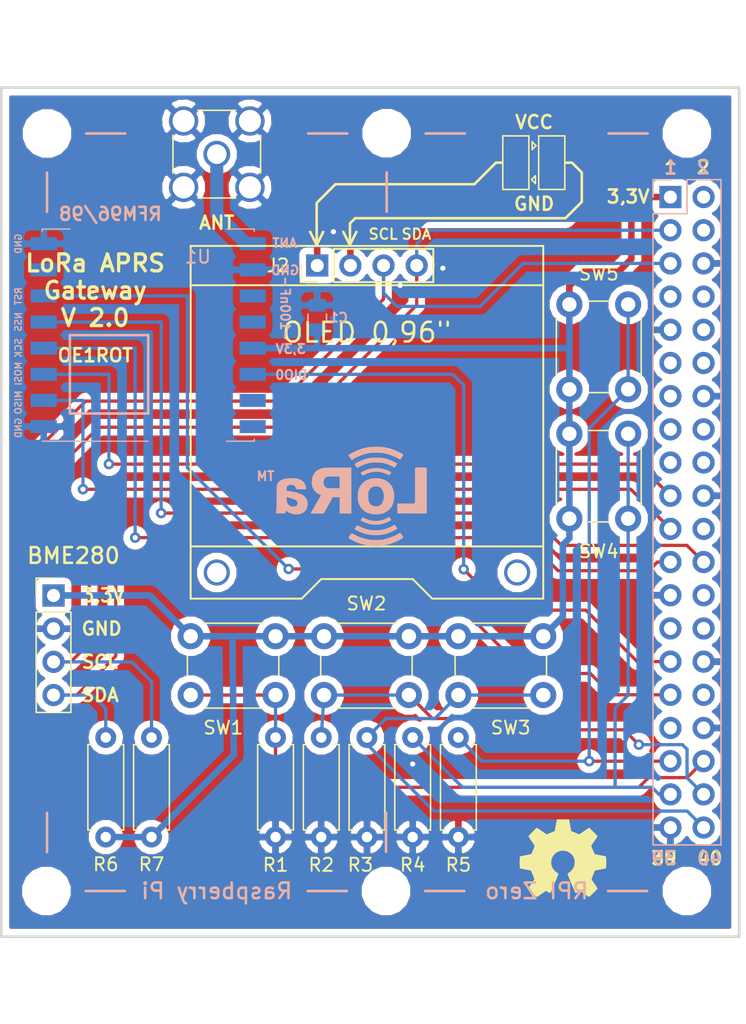
<source format=kicad_pcb>
(kicad_pcb (version 20171130) (host pcbnew "(5.0.2)-1")
  (layers (0 F.Cu signal) (31 B.Cu signal) (34 B.Paste user) (35 F.Paste user) (36 B.SilkS user) (37 F.SilkS user) (38 B.Mask user) (39 F.Mask user) (44 Edge.Cuts user))
  (net 0 "")
  (net 1 GND)
  (net 2 +3V3)
  (net 3 SDA)
  (net 4 SCL)
  (net 5 DIO0)
  (net 6 Reset)
  (net 7 D1)
  (net 8 D2)
  (net 9 "Net-(AE1-Pad1)")
  (net 10 MOSI)
  (net 11 MISO)
  (net 12 SCK)
  (net 13 NSS)
  (net 14 T3)
  (net 15 T2)
  (net 16 T1)
  (net 17 UP)
  (net 18 DOWN)
  (module Logos:LoRa_Logo (layer B.Cu) (at 105.95 122.441 180)
    (fp_text reference G*** hide)
    (fp_text value LOGO hide)
  )
  (module RF_Module:HOPERF_RFM9XW_SMD (layer B.Cu) (at 90.699669 110.141882)
    (fp_text reference U1 (at 3.8 -6 unlocked) (layer B.SilkS) (effects (justify mirror)))
    (fp_text value RFM96W-433S2)
    (pad 16 smd rect (at 8 7) (size 2 1) (layers B.Cu B.Paste B.Mask))
    (pad 15 smd rect (at 8 5) (size 2 1) (layers B.Cu B.Paste B.Mask))
    (pad 14 smd rect (at 8 3) (size 2 1) (layers B.Cu B.Paste B.Mask) (net 5 DIO0))
    (pad 13 smd rect (at 8 1) (size 2 1) (layers B.Cu B.Paste B.Mask) (net 2 +3V3))
    (pad 12 smd rect (at 8 -1) (size 2 1) (layers B.Cu B.Paste B.Mask))
    (pad 11 smd rect (at 8 -3) (size 2 1) (layers B.Cu B.Paste B.Mask))
    (pad 10 smd rect (at 8 -5) (size 2 1) (layers B.Cu B.Paste B.Mask) (net 1 GND))
    (pad 9 smd rect (at 8 -7) (size 2 1) (layers B.Cu B.Paste B.Mask) (net 9 "Net-(AE1-Pad1)"))
    (pad 8 smd rect (at -8 -7) (size 2 1) (layers B.Cu B.Paste B.Mask) (net 1 GND))
    (pad 7 smd rect (at -8 -5) (size 2 1) (layers B.Cu B.Paste B.Mask))
    (pad 6 smd rect (at -8 -3) (size 2 1) (layers B.Cu B.Paste B.Mask) (net 6 Reset))
    (pad 5 smd rect (at -8 -1) (size 2 1) (layers B.Cu B.Paste B.Mask) (net 13 NSS))
    (pad 4 smd rect (at -8 1) (size 2 1) (layers B.Cu B.Paste B.Mask) (net 12 SCK))
    (pad 3 smd rect (at -8 3) (size 2 1) (layers B.Cu B.Paste B.Mask) (net 10 MOSI))
    (pad 2 smd rect (at -8 5) (size 2 1) (layers B.Cu B.Paste B.Mask) (net 11 MISO))
    (pad 1 smd rect (at -8 7) (size 2 1) (layers B.Cu B.Paste B.Mask) (net 1 GND))
  )
  (module Connector_Coaxial:SMA_Amphenol_901-144_Vertical (layer F.Cu) (at 95.95 96.291 90)
    (fp_text reference AE1 hide)
    (fp_text value Antenna_Shield)
    (pad 1 thru_hole circle (at 0 0 90) (size 2.05 2.05) (drill 1.5) (layers *.Cu *.Mask) (net 9 "Net-(AE1-Pad1)"))
    (pad 2 thru_hole circle (at 2.54 2.54 90) (size 2.25 2.25) (drill 1.7) (layers *.Cu *.Mask) (net 1 GND))
    (pad 2 thru_hole circle (at 2.54 -2.54 90) (size 2.25 2.25) (drill 1.7) (layers *.Cu *.Mask) (net 1 GND))
    (pad 2 thru_hole circle (at -2.54 -2.54 90) (size 2.25 2.25) (drill 1.7) (layers *.Cu *.Mask) (net 1 GND))
    (pad 2 thru_hole circle (at -2.54 2.54 90) (size 2.25 2.25) (drill 1.7) (layers *.Cu *.Mask) (net 1 GND))
  )
  (module Button_Switch_THT:SW_PUSH_6mm_H5mm (layer F.Cu) (at 122.95 124.191 90)
    (fp_text reference SW4 (at -2.5 2.25 unlocked) (layer F.SilkS))
    (fp_text value SW_Push)
    (pad 1 thru_hole circle (at 6.5 0 180) (size 2 2) (drill 1.1) (layers *.Cu *.Mask) (net 2 +3V3))
    (pad 2 thru_hole circle (at 6.5 4.5 180) (size 2 2) (drill 1.1) (layers *.Cu *.Mask) (net 18 DOWN))
    (pad 1 thru_hole circle (at 0 0 180) (size 2 2) (drill 1.1) (layers *.Cu *.Mask) (net 2 +3V3))
    (pad 2 thru_hole circle (at 0 4.5 180) (size 2 2) (drill 1.1) (layers *.Cu *.Mask) (net 18 DOWN))
  )
  (module MountingHole:MountingHole_2.7mm_M2.5 (layer F.Cu) (at 131.95 152.691 90)
    (fp_text reference REF** hide)
    (fp_text value MountingHole_2.7mm_M2.5)
    (pad 1 np_thru_hole circle (at 0 0 90) (size 2.7 2.7) (drill 2.7) (layers *.Cu *.Mask))
  )
  (module MountingHole:MountingHole_2.7mm_M2.5 (layer F.Cu) (at 108.909 152.691 90)
    (fp_text reference REF** hide)
    (fp_text value MountingHole_2.7mm_M2.5)
    (pad 1 np_thru_hole circle (at 0 0 90) (size 2.7 2.7) (drill 2.7) (layers *.Cu *.Mask))
  )
  (module MountingHole:MountingHole_2.7mm_M2.5 (layer F.Cu) (at 82.9028 152.691 90)
    (fp_text reference REF** hide)
    (fp_text value MountingHole_2.7mm_M2.5)
    (pad 1 np_thru_hole circle (at 0 0 90) (size 2.7 2.7) (drill 2.7) (layers *.Cu *.Mask))
  )
  (module Connector_PinSocket_2.54mm:PinSocket_2x20_P2.54mm_Vertical (layer B.Cu) (at 130.68768 99.57308 180)
    (fp_text reference J1 hide)
    (fp_text value "Raspberry PI Header")
    (pad 1 thru_hole rect (at 0 0 180) (size 1.7 1.7) (drill 1) (layers *.Cu *.Mask) (net 2 +3V3))
    (pad 2 thru_hole oval (at -2.54 0 180) (size 1.7 1.7) (drill 1) (layers *.Cu *.Mask))
    (pad 3 thru_hole oval (at 0 -2.54 180) (size 1.7 1.7) (drill 1) (layers *.Cu *.Mask) (net 3 SDA))
    (pad 4 thru_hole oval (at -2.54 -2.54 180) (size 1.7 1.7) (drill 1) (layers *.Cu *.Mask))
    (pad 5 thru_hole oval (at 0 -5.08 180) (size 1.7 1.7) (drill 1) (layers *.Cu *.Mask) (net 4 SCL))
    (pad 6 thru_hole oval (at -2.54 -5.08 180) (size 1.7 1.7) (drill 1) (layers *.Cu *.Mask) (net 1 GND))
    (pad 7 thru_hole oval (at 0 -7.62 180) (size 1.7 1.7) (drill 1) (layers *.Cu *.Mask))
    (pad 8 thru_hole oval (at -2.54 -7.62 180) (size 1.7 1.7) (drill 1) (layers *.Cu *.Mask))
    (pad 9 thru_hole oval (at 0 -10.16 180) (size 1.7 1.7) (drill 1) (layers *.Cu *.Mask) (net 1 GND))
    (pad 10 thru_hole oval (at -2.54 -10.16 180) (size 1.7 1.7) (drill 1) (layers *.Cu *.Mask))
    (pad 11 thru_hole oval (at 0 -12.7 180) (size 1.7 1.7) (drill 1) (layers *.Cu *.Mask))
    (pad 12 thru_hole oval (at -2.54 -12.7 180) (size 1.7 1.7) (drill 1) (layers *.Cu *.Mask))
    (pad 13 thru_hole oval (at 0 -15.24 180) (size 1.7 1.7) (drill 1) (layers *.Cu *.Mask))
    (pad 14 thru_hole oval (at -2.54 -15.24 180) (size 1.7 1.7) (drill 1) (layers *.Cu *.Mask) (net 1 GND))
    (pad 15 thru_hole oval (at 0 -17.78 180) (size 1.7 1.7) (drill 1) (layers *.Cu *.Mask))
    (pad 16 thru_hole oval (at -2.54 -17.78 180) (size 1.7 1.7) (drill 1) (layers *.Cu *.Mask))
    (pad 17 thru_hole oval (at 0 -20.32 180) (size 1.7 1.7) (drill 1) (layers *.Cu *.Mask))
    (pad 18 thru_hole oval (at -2.54 -20.32 180) (size 1.7 1.7) (drill 1) (layers *.Cu *.Mask))
    (pad 19 thru_hole oval (at 0 -22.86 180) (size 1.7 1.7) (drill 1) (layers *.Cu *.Mask) (net 10 MOSI))
    (pad 20 thru_hole oval (at -2.54 -22.86 180) (size 1.7 1.7) (drill 1) (layers *.Cu *.Mask) (net 1 GND))
    (pad 21 thru_hole oval (at 0 -25.4 180) (size 1.7 1.7) (drill 1) (layers *.Cu *.Mask) (net 11 MISO))
    (pad 22 thru_hole oval (at -2.54 -25.4 180) (size 1.7 1.7) (drill 1) (layers *.Cu *.Mask))
    (pad 23 thru_hole oval (at 0 -27.94 180) (size 1.7 1.7) (drill 1) (layers *.Cu *.Mask) (net 12 SCK))
    (pad 24 thru_hole oval (at -2.54 -27.94 180) (size 1.7 1.7) (drill 1) (layers *.Cu *.Mask) (net 13 NSS))
    (pad 25 thru_hole oval (at 0 -30.48 180) (size 1.7 1.7) (drill 1) (layers *.Cu *.Mask) (net 1 GND))
    (pad 26 thru_hole oval (at -2.54 -30.48 180) (size 1.7 1.7) (drill 1) (layers *.Cu *.Mask))
    (pad 27 thru_hole oval (at 0 -33.02 180) (size 1.7 1.7) (drill 1) (layers *.Cu *.Mask))
    (pad 28 thru_hole oval (at -2.54 -33.02 180) (size 1.7 1.7) (drill 1) (layers *.Cu *.Mask))
    (pad 29 thru_hole oval (at 0 -35.56 180) (size 1.7 1.7) (drill 1) (layers *.Cu *.Mask) (net 5 DIO0))
    (pad 30 thru_hole oval (at -2.54 -35.56 180) (size 1.7 1.7) (drill 1) (layers *.Cu *.Mask) (net 1 GND))
    (pad 31 thru_hole oval (at 0 -38.1 180) (size 1.7 1.7) (drill 1) (layers *.Cu *.Mask) (net 6 Reset))
    (pad 32 thru_hole oval (at -2.54 -38.1 180) (size 1.7 1.7) (drill 1) (layers *.Cu *.Mask))
    (pad 33 thru_hole oval (at 0 -40.64 180) (size 1.7 1.7) (drill 1) (layers *.Cu *.Mask))
    (pad 34 thru_hole oval (at -2.54 -40.64 180) (size 1.7 1.7) (drill 1) (layers *.Cu *.Mask) (net 1 GND))
    (pad 35 thru_hole oval (at 0 -43.18 180) (size 1.7 1.7) (drill 1) (layers *.Cu *.Mask) (net 17 UP))
    (pad 36 thru_hole oval (at -2.54 -43.18 180) (size 1.7 1.7) (drill 1) (layers *.Cu *.Mask) (net 16 T1))
    (pad 37 thru_hole oval (at 0 -45.72 180) (size 1.7 1.7) (drill 1) (layers *.Cu *.Mask) (net 18 DOWN))
    (pad 38 thru_hole oval (at -2.54 -45.72 180) (size 1.7 1.7) (drill 1) (layers *.Cu *.Mask) (net 15 T2))
    (pad 39 thru_hole oval (at 0 -48.26 180) (size 1.7 1.7) (drill 1) (layers *.Cu *.Mask) (net 1 GND))
    (pad 40 thru_hole oval (at -2.54 -48.26 180) (size 1.7 1.7) (drill 1) (layers *.Cu *.Mask) (net 14 T3))
  )
  (module MountingHole:MountingHole_2.7mm_M2.5 (layer F.Cu) (at 131.95 94.707 90)
    (fp_text reference REF** hide)
    (fp_text value MountingHole_2.7mm_M2.5)
    (pad 1 np_thru_hole circle (at 0 0 90) (size 2.7 2.7) (drill 2.7) (layers *.Cu *.Mask))
  )
  (module MountingHole:MountingHole_2.7mm_M2.5 (layer F.Cu) (at 82.95 94.707 90)
    (fp_text reference REF** hide)
    (fp_text value MountingHole_2.7mm_M2.5)
    (pad 1 np_thru_hole circle (at 0 0 90) (size 2.7 2.7) (drill 2.7) (layers *.Cu *.Mask))
  )
  (module MountingHole:MountingHole_2.7mm_M2.5 (layer F.Cu) (at 108.96 94.687 90)
    (fp_text reference REF** hide)
    (fp_text value MountingHole_2.7mm_M2.5)
    (pad 1 np_thru_hole circle (at 0 0 90) (size 2.7 2.7) (drill 2.7) (layers *.Cu *.Mask))
  )
  (module Symbol:OSHW-Symbol_6.7x6mm_SilkScreen (layer F.Cu) (at 122.45 150.191)
    (fp_text reference REF** hide)
    (fp_text value OSHW-Symbol_6.7x6mm_SilkScreen hide)
  )
  (module Connector_PinHeader_2.54mm:PinHeader_1x04_P2.54mm_Vertical (layer F.Cu) (at 83.45 130.071)
    (fp_text reference J3 hide)
    (fp_text value BME280)
    (pad 4 thru_hole oval (at 0 7.62) (size 1.7 1.7) (drill 1) (layers *.Cu *.Mask) (net 3 SDA))
    (pad 3 thru_hole oval (at 0 5.08) (size 1.7 1.7) (drill 1) (layers *.Cu *.Mask) (net 4 SCL))
    (pad 2 thru_hole oval (at 0 2.54) (size 1.7 1.7) (drill 1) (layers *.Cu *.Mask) (net 1 GND))
    (pad 1 thru_hole rect (at 0 0) (size 1.7 1.7) (drill 1) (layers *.Cu *.Mask) (net 2 +3V3))
  )
  (module Jumper:SolderJumper-3_P1.3mm_Open_Pad1.0x1.5mm (layer F.Cu) (at 118.849669 96.941882 90)
    (fp_text reference JP1 hide)
    (fp_text value SolderJumper_3_Open)
    (pad 3 smd rect (at 1.3 0 90) (size 1 1.5) (layers F.Cu F.Mask) (net 2 +3V3))
    (pad 2 smd rect (at 0 0 90) (size 1 1.5) (layers F.Cu F.Mask) (net 7 D1))
    (pad 1 smd rect (at -1.3 0 90) (size 1 1.5) (layers F.Cu F.Mask) (net 1 GND))
  )
  (module Jumper:SolderJumper-3_P1.3mm_Open_Pad1.0x1.5mm (layer F.Cu) (at 121.599669 96.941882 270)
    (fp_text reference JP2 hide)
    (fp_text value SolderJumper_3_Open)
    (pad 1 smd rect (at -1.3 0 270) (size 1 1.5) (layers F.Cu F.Mask) (net 2 +3V3))
    (pad 2 smd rect (at 0 0 270) (size 1 1.5) (layers F.Cu F.Mask) (net 8 D2))
    (pad 3 smd rect (at 1.3 0 270) (size 1 1.5) (layers F.Cu F.Mask) (net 1 GND))
  )
  (module Button_Switch_THT:SW_PUSH_6mm_H5mm (layer F.Cu) (at 104.16 133.191)
    (fp_text reference SW2 (at 3.25 -2.5 unlocked) (layer F.SilkS))
    (fp_text value SW_Push)
    (pad 2 thru_hole circle (at 0 4.5 90) (size 2 2) (drill 1.1) (layers *.Cu *.Mask) (net 15 T2))
    (pad 1 thru_hole circle (at 0 0 90) (size 2 2) (drill 1.1) (layers *.Cu *.Mask) (net 2 +3V3))
    (pad 2 thru_hole circle (at 6.5 4.5 90) (size 2 2) (drill 1.1) (layers *.Cu *.Mask) (net 15 T2))
    (pad 1 thru_hole circle (at 6.5 0 90) (size 2 2) (drill 1.1) (layers *.Cu *.Mask) (net 2 +3V3))
  )
  (module Button_Switch_THT:SW_PUSH_6mm_H5mm (layer F.Cu) (at 122.95 114.291 90)
    (fp_text reference SW5 (at 8.85 2.25 unlocked) (layer F.SilkS))
    (fp_text value SW_Push)
    (pad 2 thru_hole circle (at 0 4.5 180) (size 2 2) (drill 1.1) (layers *.Cu *.Mask) (net 17 UP))
    (pad 1 thru_hole circle (at 0 0 180) (size 2 2) (drill 1.1) (layers *.Cu *.Mask) (net 2 +3V3))
    (pad 2 thru_hole circle (at 6.5 4.5 180) (size 2 2) (drill 1.1) (layers *.Cu *.Mask) (net 17 UP))
    (pad 1 thru_hole circle (at 6.5 0 180) (size 2 2) (drill 1.1) (layers *.Cu *.Mask) (net 2 +3V3))
  )
  (module Resistor_THT:R_Axial_DIN0207_L6.3mm_D2.5mm_P7.62mm_Horizontal (layer F.Cu) (at 103.95 140.941 270)
    (fp_text reference R2 (at 9.75 0 unlocked) (layer F.SilkS))
    (fp_text value 47k)
    (pad 1 thru_hole circle (at 0 0 270) (size 1.6 1.6) (drill 0.8) (layers *.Cu *.Mask) (net 15 T2))
    (pad 2 thru_hole oval (at 7.62 0 270) (size 1.6 1.6) (drill 0.8) (layers *.Cu *.Mask) (net 1 GND))
  )
  (module Resistor_THT:R_Axial_DIN0207_L6.3mm_D2.5mm_P7.62mm_Horizontal (layer F.Cu) (at 110.95 140.941 270)
    (fp_text reference R4 (at 9.75 0 unlocked) (layer F.SilkS))
    (fp_text value 47k)
    (pad 2 thru_hole oval (at 7.62 0 270) (size 1.6 1.6) (drill 0.8) (layers *.Cu *.Mask) (net 1 GND))
    (pad 1 thru_hole circle (at 0 0 270) (size 1.6 1.6) (drill 0.8) (layers *.Cu *.Mask) (net 18 DOWN))
  )
  (module Resistor_THT:R_Axial_DIN0207_L6.3mm_D2.5mm_P7.62mm_Horizontal (layer F.Cu) (at 114.45 140.941 270)
    (fp_text reference R5 (at 9.75 0 unlocked) (layer F.SilkS))
    (fp_text value 47k)
    (pad 1 thru_hole circle (at 0 0 270) (size 1.6 1.6) (drill 0.8) (layers *.Cu *.Mask) (net 17 UP))
    (pad 2 thru_hole oval (at 7.62 0 270) (size 1.6 1.6) (drill 0.8) (layers *.Cu *.Mask) (net 1 GND))
  )
  (module Resistor_THT:R_Axial_DIN0207_L6.3mm_D2.5mm_P7.62mm_Horizontal (layer F.Cu) (at 100.45 140.941 270)
    (fp_text reference R1 (at 9.75 0 unlocked) (layer F.SilkS))
    (fp_text value 47k)
    (pad 2 thru_hole oval (at 7.62 0 270) (size 1.6 1.6) (drill 0.8) (layers *.Cu *.Mask) (net 1 GND))
    (pad 1 thru_hole circle (at 0 0 270) (size 1.6 1.6) (drill 0.8) (layers *.Cu *.Mask) (net 16 T1))
  )
  (module Resistor_THT:R_Axial_DIN0207_L6.3mm_D2.5mm_P7.62mm_Horizontal (layer F.Cu) (at 107.45 140.941 270)
    (fp_text reference R3 (at 9.75 0.5 unlocked) (layer F.SilkS))
    (fp_text value 47k)
    (pad 1 thru_hole circle (at 0 0 270) (size 1.6 1.6) (drill 0.8) (layers *.Cu *.Mask) (net 14 T3))
    (pad 2 thru_hole oval (at 7.62 0 270) (size 1.6 1.6) (drill 0.8) (layers *.Cu *.Mask) (net 1 GND))
  )
  (module Button_Switch_THT:SW_PUSH_6mm_H5mm (layer F.Cu) (at 93.95 133.191)
    (fp_text reference SW1 (at 2.5 7 unlocked) (layer F.SilkS))
    (fp_text value SW_Push)
    (pad 1 thru_hole circle (at 6.5 0 90) (size 2 2) (drill 1.1) (layers *.Cu *.Mask) (net 2 +3V3))
    (pad 2 thru_hole circle (at 6.5 4.5 90) (size 2 2) (drill 1.1) (layers *.Cu *.Mask) (net 16 T1))
    (pad 1 thru_hole circle (at 0 0 90) (size 2 2) (drill 1.1) (layers *.Cu *.Mask) (net 2 +3V3))
    (pad 2 thru_hole circle (at 0 4.5 90) (size 2 2) (drill 1.1) (layers *.Cu *.Mask) (net 16 T1))
  )
  (module Button_Switch_THT:SW_PUSH_6mm_H5mm (layer F.Cu) (at 114.45 133.191)
    (fp_text reference SW3 (at 4 7 unlocked) (layer F.SilkS))
    (fp_text value SW_Push)
    (pad 2 thru_hole circle (at 0 4.5 90) (size 2 2) (drill 1.1) (layers *.Cu *.Mask) (net 14 T3))
    (pad 1 thru_hole circle (at 0 0 90) (size 2 2) (drill 1.1) (layers *.Cu *.Mask) (net 2 +3V3))
    (pad 2 thru_hole circle (at 6.5 4.5 90) (size 2 2) (drill 1.1) (layers *.Cu *.Mask) (net 14 T3))
    (pad 1 thru_hole circle (at 6.5 0 90) (size 2 2) (drill 1.1) (layers *.Cu *.Mask) (net 2 +3V3))
  )
  (module ARO_Footprints:OLED_0,96_II (layer F.Cu) (at 107.45 116.822857)
    (fp_text reference J2 (at -6.81 -12.01) (layer F.SilkS))
    (fp_text value Display)
    (fp_text user "OLED 0,96\"" (at 0 -6.881857) (layer F.SilkS) (effects (font (size 1.5 1.5) (thickness 0.2))))
    (pad 6 thru_hole circle (at 11.5 11.49) (size 2 2) (drill 1.5) (layers *.Cu *.Mask))
    (pad 5 thru_hole circle (at -11.5 11.49) (size 2 2) (drill 1.5) (layers *.Cu *.Mask))
    (pad 4 thru_hole oval (at 3.81 -12.01) (size 1.7 1.7) (drill 1) (layers *.Cu *.Mask) (net 3 SDA))
    (pad 3 thru_hole oval (at 1.27 -12.01) (size 1.7 1.7) (drill 1) (layers *.Cu *.Mask) (net 4 SCL))
    (pad 2 thru_hole oval (at -1.27 -12.01) (size 1.7 1.7) (drill 1) (layers *.Cu *.Mask) (net 8 D2))
    (pad 1 thru_hole rect (at -3.81 -12.01) (size 1.7 1.7) (drill 1) (layers *.Cu *.Mask) (net 7 D1))
  )
  (module Resistor_THT:R_Axial_DIN0207_L6.3mm_D2.5mm_P7.62mm_Horizontal (layer F.Cu) (at 87.45 148.561 90)
    (fp_text reference R6 (at -2.09 0 180) (layer F.SilkS))
    (fp_text value 10k)
    (pad 1 thru_hole circle (at 0 0 90) (size 1.6 1.6) (drill 0.8) (layers *.Cu *.Mask) (net 2 +3V3))
    (pad 2 thru_hole oval (at 7.62 0 90) (size 1.6 1.6) (drill 0.8) (layers *.Cu *.Mask) (net 3 SDA))
  )
  (module Resistor_THT:R_Axial_DIN0207_L6.3mm_D2.5mm_P7.62mm_Horizontal (layer F.Cu) (at 90.95 148.561 90)
    (fp_text reference R7 (at -2.09 0 180) (layer F.SilkS))
    (fp_text value 10k)
    (pad 2 thru_hole oval (at 7.62 0 90) (size 1.6 1.6) (drill 0.8) (layers *.Cu *.Mask) (net 4 SCL))
    (pad 1 thru_hole circle (at 0 0 90) (size 1.6 1.6) (drill 0.8) (layers *.Cu *.Mask) (net 2 +3V3))
  )
  (module Capacitor_SMD:C_0805_2012Metric (layer B.Cu) (at 103.64 108.791 90)
    (fp_text reference C1 (at 0 1.65) (layer B.SilkS) (effects (font (size 0.7 0.7)) (justify mirror)))
    (fp_text value C)
    (pad 1 smd roundrect (at -0.9375 0 90) (size 0.975 1.4) (layers B.Cu B.Paste B.Mask) (net 2 +3V3))
    (pad 2 smd roundrect (at 0.9375 0 90) (size 0.975 1.4) (layers B.Cu B.Paste B.Mask) (net 1 GND))
  )
  (gr_text TM (at 100.45 120.941) (layer B.SilkS) (effects (font (size 0.7 0.7)) (justify left mirror)))
  (gr_text OE1ROT (at 86.64 111.691) (layer F.SilkS) (effects (font (size 1 1) (thickness 0.2))))
  (gr_line (start 101.185669 109.871882) (end 101.185669 110.379882) (layer B.SilkS) (width 0.15))
  (gr_line (start 101.185669 105.807882) (end 101.185669 106.315882) (layer B.SilkS) (width 0.15))
  (gr_text 100nF (at 101.185669 109.871882 270) (layer B.SilkS) (effects (font (size 0.7 0.7)) (justify left mirror)))
  (gr_line (start 106.149669 101.591882) (end 106.139669 103.241882) (layer F.SilkS) (width 0.2))
  (gr_text SDA (at 111.23 102.412857) (layer F.SilkS) (effects (font (size 0.8 0.8))))
  (gr_text SCL (at 108.69 102.412857) (layer F.SilkS) (effects (font (size 0.8 0.8))))
  (gr_text 3,3V (at 85.482 130.071) (layer F.SilkS) (effects (font (size 1 1) (thickness 0.2)) (justify left)))
  (gr_text GND (at 85.482 132.611) (layer F.SilkS) (effects (font (size 1 1) (thickness 0.2)) (justify left)))
  (gr_text SCL (at 85.482 135.151) (layer F.SilkS) (effects (font (size 1 1) (thickness 0.2)) (justify left)))
  (gr_text SDA (at 85.482 137.691) (layer F.SilkS) (effects (font (size 1 1) (thickness 0.2)) (justify left)))
  (gr_line (start 106.139669 103.241882) (end 106.639669 102.241882) (layer F.SilkS) (width 0.2))
  (gr_line (start 106.139669 103.241882) (end 105.639669 102.241882) (layer F.SilkS) (width 0.2))
  (gr_line (start 106.149669 101.591882) (end 106.549669 101.191882) (layer F.SilkS) (width 0.2))
  (gr_line (start 103.599669 103.241882) (end 104.099669 102.241882) (layer F.SilkS) (width 0.2))
  (gr_line (start 103.599669 103.241882) (end 103.099669 102.241882) (layer F.SilkS) (width 0.2))
  (gr_text "LoRa APRS\nGateway\nV 2.0" (at 86.64 106.7285) (layer F.SilkS) (effects (font (size 1.3 1.3) (thickness 0.25))))
  (gr_line (start 103.599669 100.047882) (end 103.599669 103.241882) (layer F.SilkS) (width 0.2))
  (gr_line (start 105.035857 98.591) (end 103.64 99.986857) (layer F.SilkS) (width 0.2))
  (gr_line (start 115.676551 98.591) (end 105.095669 98.591882) (layer F.SilkS) (width 0.2))
  (gr_line (start 117.325669 96.941882) (end 115.675669 98.591882) (layer F.SilkS) (width 0.2))
  (gr_line (start 117.789669 96.941882) (end 117.325669 96.941882) (layer F.SilkS) (width 0.2))
  (gr_line (start 122.649669 101.191882) (end 106.549669 101.191882) (layer F.SilkS) (width 0.2))
  (gr_line (start 123.899669 99.941882) (end 122.649669 101.191882) (layer F.SilkS) (width 0.2))
  (gr_line (start 123.899669 97.691882) (end 123.899669 99.941882) (layer F.SilkS) (width 0.2))
  (gr_line (start 123.149669 96.941882) (end 123.899669 97.691882) (layer F.SilkS) (width 0.2))
  (gr_line (start 122.649669 96.941882) (end 123.149669 96.941882) (layer F.SilkS) (width 0.2))
  (gr_text ANT (at 95.95 101.541) (layer F.SilkS) (effects (font (size 1 1) (thickness 0.2))))
  (gr_text "3,3V\n" (at 127.45 99.541) (layer F.SilkS) (effects (font (size 1 1) (thickness 0.2))))
  (gr_text BME280 (at 84.974 127.023) (layer F.SilkS) (effects (font (size 1.2 1.2) (thickness 0.2))))
  (gr_text RFM96/98 (at 87.799669 100.867882) (layer B.SilkS) (effects (font (size 1 1) (thickness 0.2)) (justify mirror)))
  (gr_text "GND\n" (at 80.75 102.321 90) (layer B.SilkS) (effects (font (size 0.5 0.5) (thickness 0.1)) (justify left mirror)))
  (gr_text RST (at 80.75 106.421 90) (layer B.SilkS) (effects (font (size 0.5 0.5) (thickness 0.1)) (justify left mirror)))
  (gr_text "NSS\n" (at 80.75 108.321 90) (layer B.SilkS) (effects (font (size 0.5 0.5) (thickness 0.1)) (justify left mirror)))
  (gr_text SCK (at 80.75 110.321 90) (layer B.SilkS) (effects (font (size 0.5 0.5) (thickness 0.1)) (justify left mirror)))
  (gr_text MOSI (at 80.75 112.121 90) (layer B.SilkS) (effects (font (size 0.5 0.5) (thickness 0.1)) (justify left mirror)))
  (gr_text MISO (at 80.75 114.321 90) (layer B.SilkS) (effects (font (size 0.5 0.5) (thickness 0.1)) (justify left mirror)))
  (gr_text "GND\n" (at 80.75 116.421 90) (layer B.SilkS) (effects (font (size 0.5 0.5) (thickness 0.1)) (justify left mirror)))
  (gr_text "GND\n" (at 102.35 105.181) (layer B.SilkS) (effects (font (size 0.7 0.7)) (justify left mirror)))
  (gr_text DIO0 (at 102.974 113.190882) (layer B.SilkS) (effects (font (size 0.7 0.7)) (justify left mirror)))
  (gr_text 3,3V (at 102.847 111.201882) (layer B.SilkS) (effects (font (size 0.7 0.7)) (justify left mirror)))
  (gr_line (start 84.699669 116.141882) (end 90.699669 116.141882) (layer B.SilkS) (width 0.2))
  (gr_line (start 90.699669 110.141882) (end 90.699669 116.141882) (layer B.SilkS) (width 0.2))
  (gr_line (start 90.699669 110.141882) (end 84.699669 110.141882) (layer B.SilkS) (width 0.2))
  (gr_line (start 84.699669 116.141882) (end 84.699669 110.141882) (layer B.SilkS) (width 0.2))
  (gr_text ANT (at 101.15 103.105) (layer B.SilkS) (effects (font (size 0.7 0.7)) (justify mirror)))
  (gr_text VCC (at 120.249669 93.841882) (layer F.SilkS) (effects (font (size 1 1) (thickness 0.2))))
  (gr_text GND (at 120.249669 100.091882) (layer F.SilkS) (effects (font (size 1 1) (thickness 0.2))))
  (gr_line (start 79.45 91.191) (end 79.45 156.191) (layer Edge.Cuts) (width 0.2))
  (gr_line (start 128.95 94.707) (end 125.95 94.707) (layer B.SilkS) (width 0.2))
  (gr_line (start 111.95 94.707) (end 114.95 94.707) (layer B.SilkS) (width 0.2))
  (gr_line (start 105.95 94.707) (end 102.95 94.707) (layer B.SilkS) (width 0.2))
  (gr_line (start 85.95 94.707) (end 88.95 94.707) (layer B.SilkS) (width 0.2))
  (gr_line (start 105.909 152.691) (end 102.909 152.691) (layer B.SilkS) (width 0.2))
  (gr_line (start 85.909 152.691) (end 88.909 152.691) (layer B.SilkS) (width 0.2))
  (gr_line (start 128.909 152.691) (end 125.909 152.691) (layer B.SilkS) (width 0.2))
  (gr_line (start 111.909 152.691) (end 114.909 152.691) (layer B.SilkS) (width 0.2))
  (gr_line (start 108.909 149.691) (end 108.909 146.691) (layer B.SilkS) (width 0.2))
  (gr_line (start 82.95 149.707) (end 82.95 146.707) (layer B.SilkS) (width 0.2))
  (gr_line (start 82.95 97.707) (end 82.95 100.707) (layer B.SilkS) (width 0.2))
  (gr_line (start 108.96 97.687) (end 108.96 100.687) (layer B.SilkS) (width 0.2))
  (gr_text "Raspberry Pi\n" (at 95.95 152.691) (layer B.SilkS) (effects (font (size 1.2 1.2) (thickness 0.2)) (justify mirror)))
  (gr_text "RPI Zero" (at 120.45 152.691) (layer B.SilkS) (effects (font (size 1.2 1.2) (thickness 0.2)) (justify mirror)))
  (gr_text 40 (at 133.7 150.191) (layer B.SilkS) (effects (font (size 1 1) (thickness 0.2)) (justify mirror)))
  (gr_text 39 (at 130.2 150.191) (layer B.SilkS) (effects (font (size 1 1) (thickness 0.2)) (justify mirror)))
  (gr_text 40 (at 133.7 150.191) (layer F.SilkS) (effects (font (size 1 1) (thickness 0.2))))
  (gr_text 39 (at 130.2 150.191) (layer F.SilkS) (effects (font (size 1 1) (thickness 0.2))))
  (gr_text 2 (at 133.2 97.291) (layer B.SilkS) (effects (font (size 1 1) (thickness 0.2)) (justify mirror)))
  (gr_text 2 (at 133.2 97.291) (layer F.SilkS) (effects (font (size 1 1) (thickness 0.2))))
  (gr_text 1 (at 130.7 97.32308) (layer F.SilkS) (effects (font (size 1 1) (thickness 0.2))))
  (gr_text 1 (at 130.7 97.32308) (layer B.SilkS) (effects (font (size 1 1) (thickness 0.2)) (justify mirror)))
  (gr_line (start 135.95 91.191) (end 79.45 91.191) (layer Edge.Cuts) (width 0.2))
  (gr_line (start 135.95 91.191) (end 135.95 156.191) (layer Edge.Cuts) (width 0.2))
  (gr_line (start 135.95 156.191) (end 79.45 156.191) (layer Edge.Cuts) (width 0.2))
  (via (at 104.88 102.227) (size 0.8) (drill 0.4) (layers F.Cu B.Cu) (net 1))
  (via (at 113.262 105.021) (size 0.8) (drill 0.4) (layers F.Cu B.Cu) (net 1))
  (via (at 110.95 142.973) (size 0.8) (drill 0.4) (layers F.Cu B.Cu) (net 1))
  (via (at 109.99 106.336857) (size 0.8) (drill 0.4) (layers F.Cu B.Cu) (net 1))
  (segment (start 118.849669 98.241882) (end 120.225 98.241882) (width 0.75) (layer F.Cu) (net 1))
  (segment (start 120.225 98.241882) (end 121.599669 98.241882) (width 0.75) (layer F.Cu) (net 1))
  (segment (start 120.225 98.241882) (end 120.225 99.191) (width 0.25) (layer F.Cu) (net 1))
  (segment (start 110.67 132.691) (end 110.66 132.681) (width 0.5) (layer B.Cu) (net 2))
  (segment (start 100.46 132.681) (end 100.45 132.691) (width 0.5) (layer B.Cu) (net 2))
  (segment (start 130.68768 99.57308) (end 127.7 99.57308) (width 0.5) (layer F.Cu) (net 2))
  (segment (start 127.7 104.3054) (end 127.7 99.57308) (width 0.5) (layer F.Cu) (net 2))
  (segment (start 122.95 117.691) (end 122.95 114.291) (width 0.5) (layer B.Cu) (net 2))
  (segment (start 124.035787 105.291) (end 126.7144 105.291) (width 0.5) (layer F.Cu) (net 2))
  (segment (start 122.95 106.376787) (end 124.035787 105.291) (width 0.5) (layer F.Cu) (net 2))
  (segment (start 122.95 107.791) (end 122.95 106.376787) (width 0.5) (layer F.Cu) (net 2))
  (segment (start 126.7144 105.291) (end 127.7 104.3054) (width 0.5) (layer F.Cu) (net 2))
  (segment (start 93.93 133.211) (end 93.95 133.191) (width 0.5) (layer B.Cu) (net 2))
  (segment (start 93.95 133.191) (end 100.45 133.191) (width 0.5) (layer B.Cu) (net 2))
  (segment (start 100.45 133.191) (end 104.16 133.191) (width 0.5) (layer B.Cu) (net 2))
  (segment (start 104.16 133.191) (end 110.66 133.191) (width 0.5) (layer B.Cu) (net 2))
  (segment (start 112.074213 133.191) (end 114.45 133.191) (width 0.5) (layer B.Cu) (net 2))
  (segment (start 110.66 133.191) (end 112.074213 133.191) (width 0.5) (layer B.Cu) (net 2))
  (segment (start 114.45 133.191) (end 120.95 133.191) (width 0.5) (layer B.Cu) (net 2))
  (segment (start 90.83 130.071) (end 93.95 133.191) (width 0.5) (layer B.Cu) (net 2))
  (segment (start 83.45 130.071) (end 90.83 130.071) (width 0.5) (layer B.Cu) (net 2))
  (segment (start 122.95 124.191) (end 122.95 117.691) (width 0.5) (layer B.Cu) (net 2))
  (segment (start 122.95 125.691) (end 122.45 126.191) (width 0.5) (layer B.Cu) (net 2))
  (segment (start 122.95 124.191) (end 122.95 125.691) (width 0.5) (layer B.Cu) (net 2))
  (segment (start 122.45 126.191) (end 122.45 131.691) (width 0.5) (layer B.Cu) (net 2))
  (segment (start 122.45 131.691) (end 120.95 133.191) (width 0.5) (layer B.Cu) (net 2))
  (segment (start 126.157669 95.641882) (end 121.599669 95.641882) (width 0.5) (layer F.Cu) (net 2))
  (segment (start 127.7 99.57308) (end 127.7 97.184213) (width 0.5) (layer F.Cu) (net 2))
  (segment (start 127.7 97.184213) (end 126.157669 95.641882) (width 0.5) (layer F.Cu) (net 2))
  (segment (start 122.95 114.291) (end 122.95 111.141882) (width 0.5) (layer B.Cu) (net 2))
  (segment (start 122.95 111.141882) (end 122.95 107.791) (width 0.5) (layer B.Cu) (net 2))
  (segment (start 83.45 130.071) (end 84.652081 130.071) (width 0.5) (layer B.Cu) (net 2))
  (segment (start 87.45 148.561) (end 90.95 148.561) (width 0.5) (layer B.Cu) (net 2))
  (segment (start 91.749999 147.761001) (end 90.95 148.561) (width 0.5) (layer B.Cu) (net 2))
  (segment (start 97.148 133.191) (end 97.252 142.259) (width 0.5) (layer B.Cu) (net 2))
  (segment (start 97.252 142.259) (end 91.749999 147.761001) (width 0.5) (layer B.Cu) (net 2))
  (segment (start 103.64 109.7285) (end 103.64 111.062857) (width 0.5) (layer B.Cu) (net 2))
  (segment (start 98.699669 111.141882) (end 122.95 111.141882) (width 0.5) (layer B.Cu) (net 2))
  (segment (start 118.849669 95.641882) (end 121.599669 95.641882) (width 0.75) (layer F.Cu) (net 2))
  (segment (start 111.26 103.153551) (end 111.26 104.812857) (width 0.25) (layer B.Cu) (net 3))
  (segment (start 130.68768 102.11308) (end 112.300471 102.11308) (width 0.25) (layer B.Cu) (net 3))
  (segment (start 112.300471 102.11308) (end 111.26 103.153551) (width 0.25) (layer B.Cu) (net 3))
  (segment (start 83.45 137.691) (end 86.41 137.691) (width 0.25) (layer B.Cu) (net 3))
  (segment (start 86.41 137.691) (end 87.45 138.731) (width 0.25) (layer B.Cu) (net 3))
  (segment (start 87.45 138.731) (end 87.45 140.941) (width 0.25) (layer B.Cu) (net 3))
  (segment (start 85.229338 137.691) (end 83.45 137.691) (width 0.25) (layer F.Cu) (net 3))
  (segment (start 88.213669 134.706669) (end 85.229338 137.691) (width 0.25) (layer F.Cu) (net 3))
  (segment (start 111.26 107.841) (end 101.91 117.191) (width 0.25) (layer F.Cu) (net 3))
  (segment (start 88.213669 127.722669) (end 88.213669 134.706669) (width 0.25) (layer F.Cu) (net 3))
  (segment (start 111.26 104.812857) (end 111.26 107.841) (width 0.25) (layer F.Cu) (net 3))
  (segment (start 101.91 117.191) (end 86.91 117.191) (width 0.25) (layer F.Cu) (net 3))
  (segment (start 86.91 117.191) (end 83.681669 120.419331) (width 0.25) (layer F.Cu) (net 3))
  (segment (start 83.681669 120.419331) (end 83.681669 123.190669) (width 0.25) (layer F.Cu) (net 3))
  (segment (start 83.681669 123.190669) (end 88.213669 127.722669) (width 0.25) (layer F.Cu) (net 3))
  (segment (start 83.45 135.151) (end 89.45 135.151) (width 0.25) (layer B.Cu) (net 4))
  (segment (start 89.45 135.151) (end 90.95 136.651) (width 0.25) (layer B.Cu) (net 4))
  (segment (start 90.95 136.651) (end 90.95 140.941) (width 0.25) (layer B.Cu) (net 4))
  (segment (start 108.72 106.921) (end 108.72 104.812857) (width 0.25) (layer B.Cu) (net 4))
  (segment (start 109.74 107.941) (end 108.72 106.921) (width 0.25) (layer B.Cu) (net 4))
  (segment (start 116.124551 107.941) (end 109.74 107.941) (width 0.25) (layer B.Cu) (net 4))
  (segment (start 130.68768 104.65308) (end 119.412471 104.65308) (width 0.25) (layer B.Cu) (net 4))
  (segment (start 119.412471 104.65308) (end 116.124551 107.941) (width 0.25) (layer B.Cu) (net 4))
  (segment (start 108.72 107.381) (end 108.72 104.812857) (width 0.25) (layer F.Cu) (net 4))
  (segment (start 85.91 115.191) (end 100.91 115.191) (width 0.25) (layer F.Cu) (net 4))
  (segment (start 84.769338 135.151) (end 86.181669 133.738669) (width 0.25) (layer F.Cu) (net 4))
  (segment (start 100.91 115.191) (end 108.72 107.381) (width 0.25) (layer F.Cu) (net 4))
  (segment (start 83.45 135.151) (end 84.769338 135.151) (width 0.25) (layer F.Cu) (net 4))
  (segment (start 86.181669 133.738669) (end 86.181669 128.738669) (width 0.25) (layer F.Cu) (net 4))
  (segment (start 86.181669 128.738669) (end 81.64 124.197) (width 0.25) (layer F.Cu) (net 4))
  (segment (start 81.64 124.197) (end 81.64 119.461) (width 0.25) (layer F.Cu) (net 4))
  (segment (start 81.64 119.461) (end 85.91 115.191) (width 0.25) (layer F.Cu) (net 4))
  (via (at 114.8556 128.066) (size 0.8) (drill 0.4) (layers F.Cu B.Cu) (net 5))
  (segment (start 117.9806 131.191) (end 114.8556 128.066) (width 0.25) (layer F.Cu) (net 5))
  (segment (start 124.2056 131.191) (end 117.9806 131.191) (width 0.25) (layer F.Cu) (net 5))
  (segment (start 130.68768 135.13308) (end 128.14768 135.13308) (width 0.25) (layer F.Cu) (net 5))
  (segment (start 128.14768 135.13308) (end 124.2056 131.191) (width 0.25) (layer F.Cu) (net 5))
  (segment (start 114.8556 128.059813) (end 114.8556 128.066) (width 0.25) (layer B.Cu) (net 5))
  (segment (start 114.030882 113.141882) (end 98.699669 113.141882) (width 0.25) (layer B.Cu) (net 5))
  (segment (start 114.8556 128.066) (end 114.8556 113.9666) (width 0.25) (layer B.Cu) (net 5))
  (segment (start 114.8556 113.9666) (end 114.030882 113.141882) (width 0.25) (layer B.Cu) (net 5))
  (segment (start 111.7056 128.041) (end 111.7056 128.041) (width 0.25) (layer F.Cu) (net 6))
  (via (at 101.45 128.041) (size 0.8) (drill 0.4) (layers F.Cu B.Cu) (net 6))
  (segment (start 101.45 128.041) (end 93.699669 120.290669) (width 0.25) (layer B.Cu) (net 6))
  (segment (start 93.699669 107.141882) (end 82.699669 107.141882) (width 0.25) (layer B.Cu) (net 6))
  (segment (start 93.699669 120.290669) (end 93.699669 107.141882) (width 0.25) (layer B.Cu) (net 6))
  (segment (start 111.7056 128.041) (end 101.45 128.041) (width 0.25) (layer F.Cu) (net 6))
  (segment (start 119.7056 136.041) (end 111.7056 128.041) (width 0.25) (layer F.Cu) (net 6))
  (segment (start 124.5556 136.041) (end 119.7056 136.041) (width 0.25) (layer F.Cu) (net 6))
  (segment (start 130.68768 137.67308) (end 126.18768 137.67308) (width 0.25) (layer F.Cu) (net 6))
  (segment (start 126.18768 137.67308) (end 124.5556 136.041) (width 0.25) (layer F.Cu) (net 6))
  (segment (start 103.64 99.986857) (end 103.64 104.812857) (width 0.5) (layer F.Cu) (net 7))
  (segment (start 105.035857 98.591) (end 103.64 99.986857) (width 0.5) (layer F.Cu) (net 7))
  (segment (start 115.676551 98.591) (end 105.035857 98.591) (width 0.5) (layer F.Cu) (net 7))
  (segment (start 118.849669 96.941882) (end 117.325669 96.941882) (width 0.5) (layer F.Cu) (net 7))
  (segment (start 117.325669 96.941882) (end 115.676551 98.591) (width 0.5) (layer F.Cu) (net 7))
  (segment (start 106.18 101.510857) (end 106.18 104.812857) (width 0.5) (layer F.Cu) (net 8))
  (segment (start 123.150882 96.941882) (end 123.9 97.691) (width 0.5) (layer F.Cu) (net 8))
  (segment (start 121.599669 96.941882) (end 123.150882 96.941882) (width 0.5) (layer F.Cu) (net 8))
  (segment (start 123.9 97.691) (end 123.9 99.941) (width 0.5) (layer F.Cu) (net 8))
  (segment (start 123.9 99.941) (end 122.65 101.191) (width 0.5) (layer F.Cu) (net 8))
  (segment (start 122.65 101.191) (end 106.499857 101.191) (width 0.5) (layer F.Cu) (net 8))
  (segment (start 106.499857 101.191) (end 106.18 101.510857) (width 0.5) (layer F.Cu) (net 8))
  (segment (start 98.699669 103.141882) (end 98.191669 103.141882) (width 1) (layer B.Cu) (net 9))
  (segment (start 95.95 100.892213) (end 98.199669 103.141882) (width 1) (layer B.Cu) (net 9))
  (segment (start 95.95 96.291) (end 95.95 100.892213) (width 1) (layer B.Cu) (net 9))
  (segment (start 98.199669 103.141882) (end 98.699669 103.141882) (width 1) (layer B.Cu) (net 9))
  (segment (start 128.26768 120.01308) (end 87.68768 120.01308) (width 0.25) (layer F.Cu) (net 10))
  (segment (start 130.68768 122.43308) (end 128.26768 120.01308) (width 0.25) (layer F.Cu) (net 10))
  (segment (start 87.699669 113.141882) (end 87.68768 120.01308) (width 0.25) (layer B.Cu) (net 10))
  (segment (start 82.699669 113.141882) (end 87.699669 113.141882) (width 0.25) (layer B.Cu) (net 10))
  (segment (start 87.68768 120.01308) (end 87.68768 120.01308) (width 0.25) (layer F.Cu) (net 10))
  (via (at 87.68768 120.01308) (size 0.8) (drill 0.4) (layers F.Cu B.Cu) (net 10))
  (segment (start 85.699669 115.141882) (end 85.7056 121.941) (width 0.25) (layer B.Cu) (net 11))
  (segment (start 82.699669 115.141882) (end 85.699669 115.141882) (width 0.25) (layer B.Cu) (net 11))
  (segment (start 127.6556 121.941) (end 85.7056 121.941) (width 0.25) (layer F.Cu) (net 11))
  (segment (start 130.68768 124.97308) (end 127.6556 121.941) (width 0.25) (layer F.Cu) (net 11))
  (segment (start 85.7056 121.941) (end 85.7056 121.941) (width 0.25) (layer B.Cu) (net 11))
  (via (at 85.7056 121.941) (size 0.8) (drill 0.4) (layers F.Cu B.Cu) (net 11))
  (segment (start 89.699669 111.141882) (end 89.699669 125.641882) (width 0.25) (layer B.Cu) (net 12))
  (segment (start 82.699669 111.141882) (end 89.699669 111.141882) (width 0.25) (layer B.Cu) (net 12))
  (segment (start 89.699669 125.641882) (end 89.699669 125.641882) (width 0.25) (layer B.Cu) (net 12))
  (via (at 89.699669 125.641882) (size 0.8) (drill 0.4) (layers F.Cu B.Cu) (net 12))
  (segment (start 129.68768 127.51308) (end 130.68768 127.51308) (width 0.25) (layer F.Cu) (net 12))
  (segment (start 129.02768 128.17308) (end 129.68768 127.51308) (width 0.25) (layer F.Cu) (net 12))
  (segment (start 122.08208 128.17308) (end 129.02768 128.17308) (width 0.25) (layer F.Cu) (net 12))
  (segment (start 89.699669 125.641882) (end 119.550882 125.641882) (width 0.25) (layer F.Cu) (net 12))
  (segment (start 119.550882 125.641882) (end 122.08208 128.17308) (width 0.25) (layer F.Cu) (net 12))
  (segment (start 91.699669 109.141882) (end 91.68768 123.76308) (width 0.25) (layer B.Cu) (net 13))
  (segment (start 82.699669 109.141882) (end 91.699669 109.141882) (width 0.25) (layer B.Cu) (net 13))
  (segment (start 91.68768 123.76308) (end 91.68768 123.76308) (width 0.25) (layer B.Cu) (net 13))
  (via (at 91.68768 123.76308) (size 0.8) (drill 0.4) (layers F.Cu B.Cu) (net 13))
  (segment (start 131.94768 126.23308) (end 133.22768 127.51308) (width 0.25) (layer F.Cu) (net 13))
  (segment (start 122.34208 126.23308) (end 131.94768 126.23308) (width 0.25) (layer F.Cu) (net 13))
  (segment (start 91.68768 123.76308) (end 119.87208 123.76308) (width 0.25) (layer F.Cu) (net 13))
  (segment (start 119.87208 123.76308) (end 122.34208 126.23308) (width 0.25) (layer F.Cu) (net 13))
  (segment (start 115.864213 137.691) (end 120.95 137.691) (width 0.25) (layer B.Cu) (net 14))
  (segment (start 114.45 137.691) (end 115.864213 137.691) (width 0.25) (layer B.Cu) (net 14))
  (segment (start 131.9656 146.571) (end 133.22768 147.83308) (width 0.25) (layer B.Cu) (net 14))
  (segment (start 112.572 146.571) (end 131.9656 146.571) (width 0.25) (layer B.Cu) (net 14))
  (segment (start 107.45 140.941) (end 107.45 141.449) (width 0.25) (layer B.Cu) (net 14))
  (segment (start 107.45 141.449) (end 112.572 146.571) (width 0.25) (layer B.Cu) (net 14))
  (segment (start 112.65 139.491) (end 114.45 137.691) (width 0.25) (layer B.Cu) (net 14))
  (segment (start 107.45 140.941) (end 108.9 139.491) (width 0.25) (layer B.Cu) (net 14))
  (segment (start 108.9 139.491) (end 112.65 139.491) (width 0.25) (layer B.Cu) (net 14))
  (segment (start 131.61 141.491) (end 128.27 141.491) (width 0.25) (layer B.Cu) (net 15))
  (segment (start 131.96 141.841) (end 131.61 141.491) (width 0.25) (layer B.Cu) (net 15))
  (segment (start 133.22768 145.29308) (end 131.96 144.0254) (width 0.25) (layer B.Cu) (net 15))
  (segment (start 131.96 144.0254) (end 131.96 141.841) (width 0.25) (layer B.Cu) (net 15))
  (segment (start 103.95 140.941) (end 104.16 137.691) (width 0.25) (layer B.Cu) (net 15))
  (segment (start 104.16 137.691) (end 110.66 137.691) (width 0.25) (layer B.Cu) (net 15))
  (segment (start 128.27 141.491) (end 128.27 141.491) (width 0.25) (layer B.Cu) (net 15))
  (via (at 128.27 141.491) (size 0.8) (drill 0.4) (layers F.Cu B.Cu) (net 15))
  (segment (start 111.659999 138.690999) (end 110.66 137.691) (width 0.25) (layer F.Cu) (net 15))
  (segment (start 112.46 139.491) (end 111.659999 138.690999) (width 0.25) (layer F.Cu) (net 15))
  (segment (start 118.0056 139.491) (end 112.46 139.491) (width 0.25) (layer F.Cu) (net 15))
  (segment (start 118.86768 140.35308) (end 118.0056 139.491) (width 0.25) (layer F.Cu) (net 15))
  (segment (start 128.27 141.491) (end 127.13208 140.35308) (width 0.25) (layer F.Cu) (net 15))
  (segment (start 127.13208 140.35308) (end 118.86768 140.35308) (width 0.25) (layer F.Cu) (net 15))
  (segment (start 100.45 140.941) (end 100.45 137.691) (width 0.25) (layer B.Cu) (net 16))
  (segment (start 93.95 137.691) (end 100.45 137.691) (width 0.25) (layer F.Cu) (net 16))
  (segment (start 100.45 143.731) (end 100.45 140.941) (width 0.25) (layer F.Cu) (net 16))
  (segment (start 101.47 144.751) (end 100.45 143.731) (width 0.25) (layer F.Cu) (net 16))
  (segment (start 128.27208 144.751) (end 101.47 144.751) (width 0.25) (layer F.Cu) (net 16))
  (segment (start 129.01208 144.011) (end 128.27208 144.751) (width 0.25) (layer F.Cu) (net 16))
  (segment (start 133.22768 142.75308) (end 131.96976 144.011) (width 0.25) (layer F.Cu) (net 16))
  (segment (start 131.96976 144.011) (end 129.01208 144.011) (width 0.25) (layer F.Cu) (net 16))
  (segment (start 127.45 107.791) (end 127.45 114.291) (width 0.25) (layer B.Cu) (net 17))
  (via (at 124.47 142.75308) (size 0.8) (drill 0.4) (layers F.Cu B.Cu) (net 17))
  (segment (start 130.68768 142.75308) (end 124.47 142.75308) (width 0.25) (layer F.Cu) (net 17))
  (segment (start 116.26208 142.75308) (end 114.45 140.941) (width 0.25) (layer B.Cu) (net 17))
  (segment (start 124.47 142.75308) (end 116.26208 142.75308) (width 0.25) (layer B.Cu) (net 17))
  (segment (start 124.47 142.75308) (end 124.47 117.271) (width 0.25) (layer B.Cu) (net 17))
  (segment (start 124.47 117.271) (end 127.45 114.291) (width 0.25) (layer B.Cu) (net 17))
  (segment (start 127.45 124.191) (end 127.45 117.691) (width 0.25) (layer B.Cu) (net 18))
  (segment (start 129.81416 145.29308) (end 130.68768 145.29308) (width 0.25) (layer B.Cu) (net 18))
  (segment (start 129.27208 144.751) (end 129.81416 145.29308) (width 0.25) (layer B.Cu) (net 18))
  (segment (start 110.95 140.941) (end 114.76 144.751) (width 0.25) (layer B.Cu) (net 18))
  (segment (start 114.76 144.751) (end 129.27208 144.751) (width 0.25) (layer B.Cu) (net 18))
  (segment (start 126.45 138.691) (end 126.45 144.69308) (width 0.25) (layer B.Cu) (net 18))
  (segment (start 127.45 124.191) (end 127.45 137.691) (width 0.25) (layer B.Cu) (net 18))
  (segment (start 127.45 137.691) (end 126.45 138.691) (width 0.25) (layer B.Cu) (net 18))
  (zone (net 1) (net_name GND) (layer F.Cu) (connect_pads (clearance 0.508)) (min_thickness 0.254) (fill yes (arc_segments 16) (thermal_gap 0.508) (thermal_bridge_width 0.508))
    (polygon (pts (xy 135.95 156.191) (xy 79.45 156.191) (xy 79.45 91.191) (xy 135.95 91.191)))
  )
  (zone (net 1) (net_name GND) (layer B.Cu) (connect_pads (clearance 0.508)) (min_thickness 0.254) (fill yes (arc_segments 16) (thermal_gap 0.508) (thermal_bridge_width 0.508))
    (polygon (pts (xy 135.95 156.191) (xy 79.45 156.191) (xy 79.45 91.191) (xy 135.95 91.191)))
  )
)
</source>
